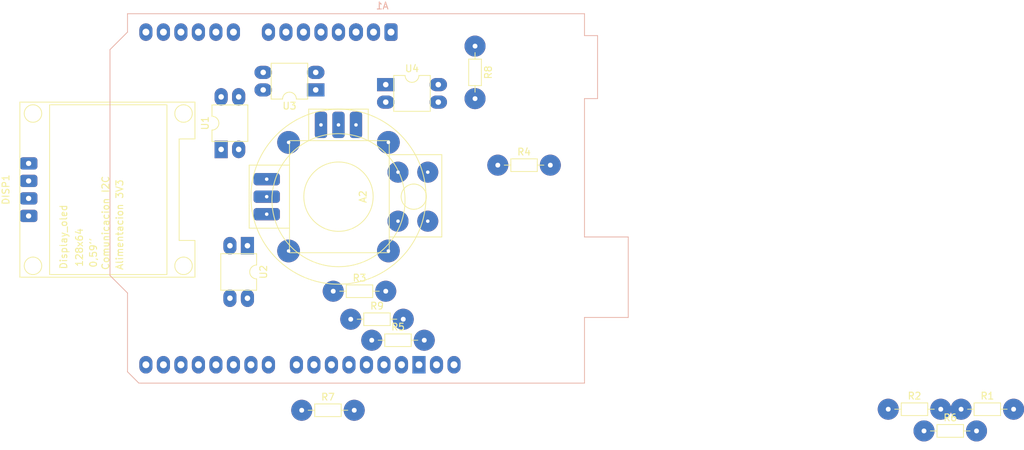
<source format=kicad_pcb>
(kicad_pcb (version 20211014) (generator pcbnew)
  (layers (0 "F.Cu" signal) (31 "B.Cu" signal) (34 "B.Paste" user) (35 "F.Paste" user) (36 "B.SilkS" user "B.Silkscreen") (37 "F.SilkS" user "F.Silkscreen") (38 "B.Mask" user) (39 "F.Mask" user) (44 "Edge.Cuts" user))
  (net 0 "")
  (net 21 "Net-(A1-Pad4)")
  (net 22 "Net-(R8-Pad1)")
  (net 23 "Net-(U1-Pad3)")
  (net 24 "Net-(R1-Pad2)")
  (net 25 "Net-(R7-Pad1)")
  (net 26 "Net-(R3-Pad1)")
  (net 27 "Net-(R9-Pad1)")
  (net 28 "Net-(R5-Pad1)")
  (net 29 "Net-(U3-Pad1)")
  (net 30 "Net-(U4-Pad1)")
  (net 31 "Net-(U1-Pad1)")
  (net 32 "Net-(U2-Pad1)")
  (net 34 "Net-(U1-Pad4)")
  (net 35 "Net-(U2-Pad4)")
  (net 36 "Net-(R6-Pad2)")
  (net 37 "Net-(R8-Pad2)")
  (net 38 "Net-(A1-Pad13)")
  (net 39 "Net-(A1-Pad14)")
  (footprint "Package_DIP:DIP-4_W7.62mm" (layer "F.Cu") (at 69.088 72.644 -90)
    (fp_text reference "U2" (at 3.81 -2.33 90) (layer "F.SilkS"))
    (fp_text value "PC817")
    (fp_line (start 1.16 -1.33) (end 1.16 3.87) (layer "F.SilkS") (width 0.12))
    (fp_line (start 2.81 -1.33) (end 1.16 -1.33) (layer "F.SilkS") (width 0.12))
    (fp_line (start 6.46 3.87) (end 6.46 -1.33) (layer "F.SilkS") (width 0.12))
    (fp_line (start 6.46 -1.33) (end 4.81 -1.33) (layer "F.SilkS") (width 0.12))
    (fp_line (start 1.16 3.87) (end 6.46 3.87) (layer "F.SilkS") (width 0.12))
    (fp_arc (start 4.81 -1.33) (mid 3.81 -0.33) (end 2.81 -1.33) (layer "F.SilkS") (width 0.12))
    (pad "1" thru_hole rect (at 0 0 270) (size 2.54 1.905) (drill 0.8) (layers *.Cu *.Mask) (net 32 "Net-(U2-Pad1)"))
    (pad "2" thru_hole oval (at 0 2.54 270) (size 2.54 1.905) (drill 0.8) (layers *.Cu *.Mask) (net 23 "Net-(U1-Pad3)"))
    (pad "3" thru_hole oval (at 7.62 2.54 270) (size 2.54 1.905) (drill 0.8) (layers *.Cu *.Mask) (net 23 "Net-(U1-Pad3)"))
    (pad "4" thru_hole oval (at 7.62 0 270) (size 2.54 1.905) (drill 0.8) (layers *.Cu *.Mask) (net 35 "Net-(U2-Pad4)"))
  )
  (footprint "Resistor_THT:R_Axial_DIN0204_L3.6mm_D1.6mm_P7.62mm_Horizontal" (layer "F.Cu") (at 102.108 43.688 -90)
    (fp_text reference "R8" (at 3.81 -1.92 90) (layer "F.SilkS"))
    (fp_text value "4k7")
    (fp_line (start 1.89 0.92) (end 5.73 0.92) (layer "F.SilkS") (width 0.12))
    (fp_line (start 6.68 0) (end 5.73 0) (layer "F.SilkS") (width 0.12))
    (fp_line (start 0.94 0) (end 1.89 0) (layer "F.SilkS") (width 0.12))
    (fp_line (start 5.73 0.92) (end 5.73 -0.92) (layer "F.SilkS") (width 0.12))
    (fp_line (start 1.89 -0.92) (end 1.89 0.92) (layer "F.SilkS") (width 0.12))
    (fp_line (start 5.73 -0.92) (end 1.89 -0.92) (layer "F.SilkS") (width 0.12))
    (pad "1" thru_hole circle (at 0 0 270) (size 3.048 3.048) (drill 0.7) (layers *.Cu *.Mask) (net 22 "Net-(R8-Pad1)"))
    (pad "2" thru_hole oval (at 7.62 0 270) (size 3.048 3.048) (drill 0.7) (layers *.Cu *.Mask) (net 37 "Net-(R8-Pad2)"))
  )
  (footprint "Resistor_THT:R_Axial_DIN0204_L3.6mm_D1.6mm_P7.62mm_Horizontal" (layer "F.Cu") (at 76.962 96.52)
    (fp_text reference "R7" (at 3.81 -1.92) (layer "F.SilkS"))
    (fp_text value "330")
    (fp_line (start 5.73 0.92) (end 5.73 -0.92) (layer "F.SilkS") (width 0.12))
    (fp_line (start 5.73 -0.92) (end 1.89 -0.92) (layer "F.SilkS") (width 0.12))
    (fp_line (start 0.94 0) (end 1.89 0) (layer "F.SilkS") (width 0.12))
    (fp_line (start 1.89 -0.92) (end 1.89 0.92) (layer "F.SilkS") (width 0.12))
    (fp_line (start 6.68 0) (end 5.73 0) (layer "F.SilkS") (width 0.12))
    (fp_line (start 1.89 0.92) (end 5.73 0.92) (layer "F.SilkS") (width 0.12))
    (pad "1" thru_hole circle (at 0 0) (size 3.048 3.048) (drill 0.7) (layers *.Cu *.Mask) (net 25 "Net-(R7-Pad1)"))
    (pad "2" thru_hole oval (at 7.62 0) (size 3.048 3.048) (drill 0.7) (layers *.Cu *.Mask) (net 36 "Net-(R6-Pad2)"))
  )
  (footprint "Package_DIP:DIP-4_W7.62mm" (layer "F.Cu") (at 89.154 49.276)
    (fp_text reference "U4" (at 3.81 -2.33) (layer "F.SilkS"))
    (fp_text value "PC817")
    (fp_line (start 6.46 3.87) (end 6.46 -1.33) (layer "F.SilkS") (width 0.12))
    (fp_line (start 2.81 -1.33) (end 1.16 -1.33) (layer "F.SilkS") (width 0.12))
    (fp_line (start 1.16 3.87) (end 6.46 3.87) (layer "F.SilkS") (width 0.12))
    (fp_line (start 6.46 -1.33) (end 4.81 -1.33) (layer "F.SilkS") (width 0.12))
    (fp_line (start 1.16 -1.33) (end 1.16 3.87) (layer "F.SilkS") (width 0.12))
    (fp_arc (start 4.81 -1.33) (mid 3.81 -0.33) (end 2.81 -1.33) (layer "F.SilkS") (width 0.12))
    (pad "1" thru_hole rect (at 0 0) (size 2.54 1.905) (drill 0.8) (layers *.Cu *.Mask) (net 30 "Net-(U4-Pad1)"))
    (pad "2" thru_hole oval (at 0 2.54) (size 2.54 1.905) (drill 0.8) (layers *.Cu *.Mask) (net 23 "Net-(U1-Pad3)"))
    (pad "3" thru_hole oval (at 7.62 2.54) (size 2.54 1.905) (drill 0.8) (layers *.Cu *.Mask) (net 23 "Net-(U1-Pad3)"))
    (pad "4" thru_hole oval (at 7.62 0) (size 2.54 1.905) (drill 0.8) (layers *.Cu *.Mask) (net 37 "Net-(R8-Pad2)"))
  )
  (footprint "Resistor_THT:R_Axial_DIN0204_L3.6mm_D1.6mm_P7.62mm_Horizontal" (layer "F.Cu") (at 105.41 60.96)
    (fp_text reference "R4" (at 3.81 -1.92) (layer "F.SilkS"))
    (fp_text value "4k7")
    (fp_line (start 6.68 0) (end 5.73 0) (layer "F.SilkS") (width 0.12))
    (fp_line (start 1.89 0.92) (end 5.73 0.92) (layer "F.SilkS") (width 0.12))
    (fp_line (start 5.73 -0.92) (end 1.89 -0.92) (layer "F.SilkS") (width 0.12))
    (fp_line (start 1.89 -0.92) (end 1.89 0.92) (layer "F.SilkS") (width 0.12))
    (fp_line (start 0.94 0) (end 1.89 0) (layer "F.SilkS") (width 0.12))
    (fp_line (start 5.73 0.92) (end 5.73 -0.92) (layer "F.SilkS") (width 0.12))
    (pad "1" thru_hole circle (at 0 0) (size 3.048 3.048) (drill 0.7) (layers *.Cu *.Mask) (net 22 "Net-(R8-Pad1)"))
    (pad "2" thru_hole oval (at 7.62 0) (size 3.048 3.048) (drill 0.7) (layers *.Cu *.Mask) (net 35 "Net-(U2-Pad4)"))
  )
  (footprint "Resistor_THT:R_Axial_DIN0204_L3.6mm_D1.6mm_P7.62mm_Horizontal" (layer "F.Cu") (at 167.245 99.519)
    (fp_text reference "R6" (at 3.81 -1.92) (layer "F.SilkS"))
    (fp_text value "4k7")
    (fp_line (start 1.89 -0.92) (end 1.89 0.92) (layer "F.SilkS") (width 0.12))
    (fp_line (start 6.68 0) (end 5.73 0) (layer "F.SilkS") (width 0.12))
    (fp_line (start 5.73 0.92) (end 5.73 -0.92) (layer "F.SilkS") (width 0.12))
    (fp_line (start 1.89 0.92) (end 5.73 0.92) (layer "F.SilkS") (width 0.12))
    (fp_line (start 0.94 0) (end 1.89 0) (layer "F.SilkS") (width 0.12))
    (fp_line (start 5.73 -0.92) (end 1.89 -0.92) (layer "F.SilkS") (width 0.12))
    (pad "1" thru_hole circle (at 0 0) (size 3.048 3.048) (drill 0.7) (layers *.Cu *.Mask) (net 22 "Net-(R8-Pad1)"))
    (pad "2" thru_hole oval (at 7.62 0) (size 3.048 3.048) (drill 0.7) (layers *.Cu *.Mask) (net 36 "Net-(R6-Pad2)"))
  )
  (footprint "Package_DIP:DIP-4_W7.62mm" (layer "F.Cu") (at 78.994 50.043 180)
    (fp_text reference "U3" (at 3.81 -2.33) (layer "F.SilkS"))
    (fp_text value "PC817")
    (fp_line (start 6.46 -1.33) (end 4.81 -1.33) (layer "F.SilkS") (width 0.12))
    (fp_line (start 2.81 -1.33) (end 1.16 -1.33) (layer "F.SilkS") (width 0.12))
    (fp_line (start 1.16 -1.33) (end 1.16 3.87) (layer "F.SilkS") (width 0.12))
    (fp_line (start 6.46 3.87) (end 6.46 -1.33) (layer "F.SilkS") (width 0.12))
    (fp_line (start 1.16 3.87) (end 6.46 3.87) (layer "F.SilkS") (width 0.12))
    (fp_arc (start 4.81 -1.33) (mid 3.81 -0.33) (end 2.81 -1.33) (layer "F.SilkS") (width 0.12))
    (pad "1" thru_hole rect (at 0 0 180) (size 2.54 1.905) (drill 0.8) (layers *.Cu *.Mask) (net 29 "Net-(U3-Pad1)"))
    (pad "2" thru_hole oval (at 0 2.54 180) (size 2.54 1.905) (drill 0.8) (layers *.Cu *.Mask) (net 23 "Net-(U1-Pad3)"))
    (pad "3" thru_hole oval (at 7.62 2.54 180) (size 2.54 1.905) (drill 0.8) (layers *.Cu *.Mask) (net 23 "Net-(U1-Pad3)"))
    (pad "4" thru_hole oval (at 7.62 0 180) (size 2.54 1.905) (drill 0.8) (layers *.Cu *.Mask) (net 36 "Net-(R6-Pad2)"))
  )
  (footprint "Package_DIP:DIP-4_W7.62mm" (layer "F.Cu") (at 65.273 58.674 90)
    (fp_text reference "U1" (at 3.81 -2.33 90) (layer "F.SilkS"))
    (fp_text value "PC817")
    (fp_line (start 1.16 3.87) (end 6.46 3.87) (layer "F.SilkS") (width 0.12))
    (fp_line (start 6.46 3.87) (end 6.46 -1.33) (layer "F.SilkS") (width 0.12))
    (fp_line (start 2.81 -1.33) (end 1.16 -1.33) (layer "F.SilkS") (width 0.12))
    (fp_line (start 1.16 -1.33) (end 1.16 3.87) (layer "F.SilkS") (width 0.12))
    (fp_line (start 6.46 -1.33) (end 4.81 -1.33) (layer "F.SilkS") (width 0.12))
    (fp_arc (start 4.81 -1.33) (mid 3.81 -0.33) (end 2.81 -1.33) (layer "F.SilkS") (width 0.12))
    (pad "1" thru_hole rect (at 0 0 90) (size 2.54 1.905) (drill 0.8) (layers *.Cu *.Mask) (net 31 "Net-(U1-Pad1)"))
    (pad "2" thru_hole oval (at 0 2.54 90) (size 2.54 1.905) (drill 0.8) (layers *.Cu *.Mask) (net 23 "Net-(U1-Pad3)"))
    (pad "3" thru_hole oval (at 7.62 2.54 90) (size 2.54 1.905) (drill 0.8) (layers *.Cu *.Mask) (net 23 "Net-(U1-Pad3)"))
    (pad "4" thru_hole oval (at 7.62 0 90) (size 2.54 1.905) (drill 0.8) (layers *.Cu *.Mask) (net 34 "Net-(U1-Pad4)"))
  )
  (footprint "Resistor_THT:R_Axial_DIN0204_L3.6mm_D1.6mm_P7.62mm_Horizontal" (layer "F.Cu") (at 162.055 96.369)
    (fp_text reference "R2" (at 3.81 -1.92) (layer "F.SilkS"))
    (fp_text value "4k7")
    (fp_line (start 5.73 -0.92) (end 1.89 -0.92) (layer "F.SilkS") (width 0.12))
    (fp_line (start 0.94 0) (end 1.89 0) (layer "F.SilkS") (width 0.12))
    (fp_line (start 6.68 0) (end 5.73 0) (layer "F.SilkS") (width 0.12))
    (fp_line (start 1.89 0.92) (end 5.73 0.92) (layer "F.SilkS") (width 0.12))
    (fp_line (start 1.89 -0.92) (end 1.89 0.92) (layer "F.SilkS") (width 0.12))
    (fp_line (start 5.73 0.92) (end 5.73 -0.92) (layer "F.SilkS") (width 0.12))
    (pad "1" thru_hole circle (at 0 0) (size 3.048 3.048) (drill 0.7) (layers *.Cu *.Mask) (net 22 "Net-(R8-Pad1)"))
    (pad "2" thru_hole oval (at 7.62 0) (size 3.048 3.048) (drill 0.7) (layers *.Cu *.Mask) (net 34 "Net-(U1-Pad4)"))
  )
  (footprint "analogoPS-KY023:KY023-joystickPS" (layer "F.Cu") (at 82.296 65.532 90)
    (fp_text reference "A2" (at 0 3.556 90 unlocked) (layer "F.SilkS"))
    (fp_text value "KY-023PS")
    (fp_line (start 4.572 -12.954) (end 4.572 -7.112) (layer "F.SilkS") (width 0.12))
    (fp_line (start -4.572 -7.112) (end -4.572 -12.954) (layer "F.SilkS") (width 0.12))
    (fp_line (start 12.7 4.318) (end 8.128 4.318) (layer "F.SilkS") (width 0.12))
    (fp_line (start 6.096 14.986) (end 6.096 7.366) (layer "F.SilkS") (width 0.12))
    (fp_line (start -5.842 14.986) (end 6.096 14.986) (layer "F.SilkS") (width 0.12))
    (fp_line (start 8.128 -4.318) (end 12.7 -4.318) (layer "F.SilkS") (width 0.12))
    (fp_line (start 12.7 -4.318) (end 12.7 4.318) (layer "F.SilkS") (width 0.12))
    (fp_line (start -4.572 -12.954) (end 4.572 -12.954) (layer "F.SilkS") (width 0.12))
    (fp_line (start -5.842 7.366) (end -5.842 14.986) (layer "F.SilkS") (width 0.12))
    (fp_rect (start -8.128 -7.112) (end 8.128 7.366) (layer "F.SilkS") (width 0.12) (fill none))
    (fp_circle (center 0 10.922) (end 1.016 12.446) (layer "F.SilkS") (width 0.12) (fill none))
    (fp_circle (center -0.508 0) (end 9.144 0) (layer "F.SilkS") (width 0.12) (fill none))
    (fp_circle (center 0 0) (end 12.7 0) (layer "F.SilkS") (width 0.12) (fill none))
    (fp_circle (center 0 0) (end 3.556 3.556) (layer "F.SilkS") (width 0.12) (fill none))
    (pad "1" thru_hole roundrect (at 10.414 -2.54 90) (size 3.81 1.778) (drill 0.508) (layers *.Cu *.Mask) (net 29 "Net-(U3-Pad1)"))
    (pad "2" thru_hole roundrect (at 10.414 0 90) (size 3.81 1.778) (drill 0.508) (layers *.Cu *.Mask) (net 22 "Net-(R8-Pad1)"))
    (pad "3" thru_hole roundrect (at 10.414 2.54 90) (size 3.81 1.778) (drill 0.508) (layers *.Cu *.Mask) (net 30 "Net-(U4-Pad1)"))
    (pad "4" thru_hole roundrect (at 2.54 -10.414 90) (size 1.778 3.81) (drill 0.508) (layers *.Cu *.Mask) (net 31 "Net-(U1-Pad1)"))
    (pad "5" thru_hole roundrect (at 0 -10.414 90) (size 1.778 3.81) (drill 0.508) (layers *.Cu *.Mask) (net 22 "Net-(R8-Pad1)"))
    (pad "6" thru_hole roundrect (at -2.54 -10.414 90) (size 1.778 3.81) (drill 0.508) (layers *.Cu *.Mask) (net 32 "Net-(U2-Pad1)"))
    (pad "7" thru_hole circle (at -3.556 8.636 90) (size 3.048 3.048) (drill 0.508) (layers *.Cu *.Mask) (net 24 "Net-(R1-Pad2)"))
    (pad "7" thru_hole circle (at 3.556 8.636 90) (size 3.048 3.048) (drill 0.508) (layers *.Cu *.Mask) (net 24 "Net-(R1-Pad2)"))
    (pad "8" thru_hole circle (at 3.556 12.954 90) (size 3.048 3.048) (drill 0.508) (layers *.Cu *.Mask) (net 23 "Net-(U1-Pad3)"))
    (pad "8" thru_hole circle (at -3.556 12.954 90) (size 3.048 3.048) (drill 0.508) (layers *.Cu *.Mask) (net 23 "Net-(U1-Pad3)"))
    (pad "9" thru_hole circle (at 7.874 7.239 90) (size 3.302 3.302) (drill 0.508) (layers *.Cu *.Mask))
    (pad "9" thru_hole circle (at -7.874 -7.239 90) (size 3.302 3.302) (drill 0.508) (layers *.Cu *.Mask))
    (pad "9" thru_hole circle (at 7.874 -7.239 90) (size 3.302 3.302) (drill 0.508) (layers *.Cu *.Mask))
    (pad "9" thru_hole circle (at -7.874 7.239 90) (size 3.302 3.302) (drill 0.508) (layers *.Cu *.Mask))
  )
  (footprint "Resistor_THT:R_Axial_DIN0204_L3.6mm_D1.6mm_P7.62mm_Horizontal" (layer "F.Cu") (at 81.534 79.248)
    (fp_text reference "R3" (at 3.81 -1.92) (layer "F.SilkS"))
    (fp_text value "330")
    (fp_line (start 1.89 0.92) (end 5.73 0.92) (layer "F.SilkS") (width 0.12))
    (fp_line (start 5.73 -0.92) (end 1.89 -0.92) (layer "F.SilkS") (width 0.12))
    (fp_line (start 0.94 0) (end 1.89 0) (layer "F.SilkS") (width 0.12))
    (fp_line (start 6.68 0) (end 5.73 0) (layer "F.SilkS") (width 0.12))
    (fp_line (start 5.73 0.92) (end 5.73 -0.92) (layer "F.SilkS") (width 0.12))
    (fp_line (start 1.89 -0.92) (end 1.89 0.92) (layer "F.SilkS") (width 0.12))
    (pad "1" thru_hole circle (at 0 0 100) (size 3.048 3.048) (drill 0.7) (layers *.Cu *.Mask) (net 26 "Net-(R3-Pad1)"))
    (pad "2" thru_hole oval (at 7.62 0) (size 3.048 3.048) (drill 0.7) (layers *.Cu *.Mask) (net 34 "Net-(U1-Pad4)"))
  )
  (footprint "analogoPS-KY023:Display_oled_128x64_0.59''" (layer "F.Cu") (at 48.768 64.516 90)
    (fp_text reference "DISP1" (at 0 -14.732 90 unlocked) (layer "F.SilkS"))
    (fp_text value "display_oled_128x64_0.59''")
    (fp_text user "0,59''" (at -9.144 -2.032 90 unlocked) (layer "F.SilkS"))
    (fp_text user "Display_oled" (at -6.858 -6.35 90 unlocked) (layer "F.SilkS"))
    (fp_text user "128x64" (at -8.382 -4.064 90 unlocked) (layer "F.SilkS"))
    (fp_text user "Comunicacion I2C" (at -4.826 -0.254 90 unlocked) (layer "F.SilkS"))
    (fp_text user "Alimentacion 3V3" (at -5.08 1.778 90 unlocked) (layer "F.SilkS"))
    (fp_line (start 7.366 10.414) (end 7.366 12.7) (layer "F.SilkS") (width 0.12))
    (fp_line (start -7.366 10.414) (end 7.366 10.414) (layer "F.SilkS") (width 0.12))
    (fp_line (start -7.366 12.7) (end -7.366 10.414) (layer "F.SilkS") (width 0.12))
    (fp_line (start -12.7 -12.7) (end 12.7 -12.7) (layer "F.SilkS") (width 0.12))
    (fp_line (start 12.7 -12.7) (end 12.7 12.7) (layer "F.SilkS") (width 0.12))
    (fp_line (start -12.7 -12.7) (end -12.7 12.7) (layer "F.SilkS") (width 0.12))
    (fp_line (start -12.7 12.7) (end -7.366 12.7) (layer "F.SilkS") (width 0.12))
    (fp_line (start 12.7 12.7) (end 7.366 12.7) (layer "F.SilkS") (width 0.12))
    (fp_rect (start -12.319 -8.382) (end 12.319 8.636) (layer "F.SilkS") (width 0.12) (fill none))
    (fp_circle (center -11.049 -10.795) (end -9.779 -10.795) (layer "F.SilkS") (width 0.12) (fill none))
    (fp_circle (center 11.049 -10.795) (end 12.319 -10.795) (layer "F.SilkS") (width 0.12) (fill none))
    (fp_circle (center -11.049 11.049) (end -9.779 11.049) (layer "F.SilkS") (width 0.12) (fill none))
    (fp_circle (center 11.049 11.049) (end 12.319 11.049) (layer "F.SilkS") (width 0.12) (fill none))
    (pad "1" thru_hole roundrect (at -3.81 -11.43 90) (size 1.778 2.54) (drill 0.762) (layers *.Cu *.Mask) (net 23 "Net-(U1-Pad3)"))
    (pad "2" thru_hole roundrect (at -1.27 -11.43 90) (size 1.778 2.54) (drill 0.762) (layers *.Cu *.Mask) (net 21 "Net-(A1-Pad4)"))
    (pad "3" thru_hole roundrect (at 1.27 -11.43 90) (size 1.778 2.54) (drill 0.762) (layers *.Cu *.Mask) (net 39 "Net-(A1-Pad14)"))
    (pad "4" thru_hole roundrect (at 3.81 -11.43 90) (size 1.778 2.54) (drill 0.762) (layers *.Cu *.Mask) (net 38 "Net-(A1-Pad13)"))
  )
  (footprint "Resistor_THT:R_Axial_DIN0204_L3.6mm_D1.6mm_P7.62mm_Horizontal" (layer "F.Cu") (at 84.074 83.312)
    (fp_text reference "R9" (at 3.81 -1.92) (layer "F.SilkS"))
    (fp_text value "330")
    (fp_line (start 6.68 0) (end 5.73 0) (layer "F.SilkS") (width 0.12))
    (fp_line (start 1.89 0.92) (end 5.73 0.92) (layer "F.SilkS") (width 0.12))
    (fp_line (start 5.73 0.92) (end 5.73 -0.92) (layer "F.SilkS") (width 0.12))
    (fp_line (start 0.94 0) (end 1.89 0) (layer "F.SilkS") (width 0.12))
    (fp_line (start 5.73 -0.92) (end 1.89 -0.92) (layer "F.SilkS") (width 0.12))
    (fp_line (start 1.89 -0.92) (end 1.89 0.92) (layer "F.SilkS") (width 0.12))
    (pad "1" thru_hole circle (at 0 0) (size 3.048 3.048) (drill 0.7) (layers *.Cu *.Mask) (net 27 "Net-(R9-Pad1)"))
    (pad "2" thru_hole oval (at 7.62 0) (size 3.048 3.048) (drill 0.7) (layers *.Cu *.Mask) (net 37 "Net-(R8-Pad2)"))
  )
  (footprint "Resistor_THT:R_Axial_DIN0204_L3.6mm_D1.6mm_P7.62mm_Horizontal" (layer "F.Cu") (at 87.122 86.36)
    (fp_text reference "R5" (at 3.81 -1.92) (layer "F.SilkS"))
    (fp_text value "330")
    (fp_line (start 1.89 -0.92) (end 1.89 0.92) (layer "F.SilkS") (width 0.12))
    (fp_line (start 6.68 0) (end 5.73 0) (layer "F.SilkS") (width 0.12))
    (fp_line (start 5.73 -0.92) (end 1.89 -0.92) (layer "F.SilkS") (width 0.12))
    (fp_line (start 1.89 0.92) (end 5.73 0.92) (layer "F.SilkS") (width 0.12))
    (fp_line (start 5.73 0.92) (end 5.73 -0.92) (layer "F.SilkS") (width 0.12))
    (fp_line (start 0.94 0) (end 1.89 0) (layer "F.SilkS") (width 0.12))
    (pad "1" thru_hole circle (at 0 0) (size 3.048 3.048) (drill 0.7) (layers *.Cu *.Mask) (net 28 "Net-(R5-Pad1)"))
    (pad "2" thru_hole oval (at 7.62 0) (size 3.048 3.048) (drill 0.7) (layers *.Cu *.Mask) (net 35 "Net-(U2-Pad4)"))
  )
  (footprint "Resistor_THT:R_Axial_DIN0204_L3.6mm_D1.6mm_P7.62mm_Horizontal" (layer "F.Cu") (at 172.625 96.369)
    (fp_text reference "R1" (at 3.81 -1.92) (layer "F.SilkS"))
    (fp_text value "10k")
    (fp_line (start 1.89 -0.92) (end 1.89 0.92) (layer "F.SilkS") (width 0.12))
    (fp_line (start 6.68 0) (end 5.73 0) (layer "F.SilkS") (width 0.12))
    (fp_line (start 5.73 -0.92) (end 1.89 -0.92) (layer "F.SilkS") (width 0.12))
    (fp_line (start 1.89 0.92) (end 5.73 0.92) (layer "F.SilkS") (width 0.12))
    (fp_line (start 5.73 0.92) (end 5.73 -0.92) (layer "F.SilkS") (width 0.12))
    (fp_line (start 0.94 0) (end 1.89 0) (layer "F.SilkS") (width 0.12))
    (pad "1" thru_hole circle (at 0 0) (size 3.048 3.048) (drill 0.7) (layers *.Cu *.Mask) (net 22 "Net-(R8-Pad1)"))
    (pad "2" thru_hole oval (at 7.62 0) (size 3.048 3.048) (drill 0.7) (layers *.Cu *.Mask) (net 24 "Net-(R1-Pad2)"))
  )
  (footprint "Module:Arduino_UNO_R3" (layer "B.Cu") (at 89.916 41.656 180)
    (fp_text reference "A1" (at 1.27 3.81) (layer "B.SilkS") (effects (justify mirror)))
    (fp_text value "Arduino_UNO_R3")
    (fp_line (start 40.77 -35.31) (end 40.77 -2.54) (layer "B.SilkS") (width 0.12))
    (fp_line (start -34.42 -29.72) (end -34.42 -41.4) (layer "B.SilkS") (width 0.12))
    (fp_line (start -29.97 -0.51) (end -29.97 -9.65) (layer "B.SilkS") (width 0.12))
    (fp_line (start -28.07 2.67) (end -28.07 -0.51) (layer "B.SilkS") (width 0.12))
    (fp_line (start -28.07 -0.51) (end -29.97 -0.51) (layer "B.SilkS") (width 0.12))
    (fp_line (start 38.23 2.67) (end -28.07 2.67) (layer "B.SilkS") (width 0.12))
    (fp_line (start -28.07 -9.65) (end -28.07 -29.72) (layer "B.SilkS") (width 0.12))
    (fp_line (start 36.58 -50.93) (end 38.23 -49.28) (layer "B.SilkS") (width 0.12))
    (fp_line (start -28.07 -50.93) (end 36.58 -50.93) (layer "B.SilkS") (width 0.12))
    (fp_line (start -28.07 -29.72) (end -34.42 -29.72) (layer "B.SilkS") (width 0.12))
    (fp_line (start -29.97 -9.65) (end -28.07 -9.65) (layer "B.SilkS") (width 0.12))
    (fp_line (start -34.42 -41.4) (end -28.07 -41.4) (layer "B.SilkS") (width 0.12))
    (fp_line (start 38.23 -49.28) (end 38.23 -37.85) (layer "B.SilkS") (width 0.12))
    (fp_line (start 38.23 0) (end 38.23 2.67) (layer "B.SilkS") (width 0.12))
    (fp_line (start -28.07 -41.4) (end -28.07 -50.93) (layer "B.SilkS") (width 0.12))
    (fp_line (start 40.77 -2.54) (end 38.23 0) (layer "B.SilkS") (width 0.12))
    (fp_line (start 38.23 -37.85) (end 40.77 -35.31) (layer "B.SilkS") (width 0.12))
    (pad "1" thru_hole roundrect (at 0 0 90) (size 2.54 1.905) (drill 1) (layers *.Cu *.Mask))
    (pad "2" thru_hole oval (at 2.54 0 90) (size 2.54 1.905) (drill 1) (layers *.Cu *.Mask))
    (pad "3" thru_hole oval (at 5.08 0 90) (size 2.54 2.032) (drill 1) (layers *.Cu *.Mask))
    (pad "3" thru_hole oval (at 5.08 0 90) (size 2.54 2.032) (drill 1) (layers *.Cu *.Mask))
    (pad "4" thru_hole oval (at 7.62 0 90) (size 2.54 1.905) (drill 1) (layers *.Cu *.Mask) (net 21 "Net-(A1-Pad4)"))
    (pad "5" thru_hole oval (at 10.16 0 90) (size 2.54 1.905) (drill 1) (layers *.Cu *.Mask) (net 22 "Net-(R8-Pad1)"))
    (pad "6" thru_hole oval (at 12.7 0 90) (size 2.54 1.905) (drill 1) (layers *.Cu *.Mask) (net 23 "Net-(U1-Pad3)"))
    (pad "7" thru_hole oval (at 15.24 0 90) (size 2.54 1.905) (drill 1) (layers *.Cu *.Mask))
    (pad "8" thru_hole oval (at 17.78 0 90) (size 2.54 1.905) (drill 1) (layers *.Cu *.Mask))
    (pad "9" thru_hole oval (at 22.86 0 90) (size 2.54 1.905) (drill 1) (layers *.Cu *.Mask))
    (pad "10" thru_hole oval (at 25.4 0 90) (size 2.54 1.905) (drill 1) (layers *.Cu *.Mask))
    (pad "11" thru_hole oval (at 27.94 0 90) (size 2.54 1.905) (drill 1) (layers *.Cu *.Mask))
    (pad "12" thru_hole oval (at 30.48 0 90) (size 2.54 1.905) (drill 1) (layers *.Cu *.Mask))
    (pad "13" thru_hole oval (at 33.02 0 90) (size 2.54 1.905) (drill 1) (layers *.Cu *.Mask) (net 38 "Net-(A1-Pad13)"))
    (pad "14" thru_hole oval (at 35.56 0 90) (size 2.54 1.905) (drill 1) (layers *.Cu *.Mask) (net 39 "Net-(A1-Pad14)"))
    (pad "15" thru_hole oval (at 35.56 -48.26 90) (size 2.54 1.905) (drill 1) (layers *.Cu *.Mask))
    (pad "16" thru_hole oval (at 33.02 -48.26 90) (size 2.54 1.905) (drill 1) (layers *.Cu *.Mask))
    (pad "17" thru_hole oval (at 30.48 -48.26 90) (size 2.54 1.905) (drill 1) (layers *.Cu *.Mask))
    (pad "18" thru_hole oval (at 27.94 -48.26 90) (size 2.54 1.905) (drill 1) (layers *.Cu *.Mask))
    (pad "19" thru_hole oval (at 25.4 -48.26 90) (size 2.54 1.905) (drill 1) (layers *.Cu *.Mask))
    (pad "20" thru_hole oval (at 22.86 -48.26 90) (size 2.54 1.905) (drill 1) (layers *.Cu *.Mask))
    (pad "21" thru_hole oval (at 20.32 -48.26 90) (size 2.54 1.905) (drill 1) (layers *.Cu *.Mask))
    (pad "22" thru_hole oval (at 17.78 -48.26 90) (size 2.54 1.905) (drill 1) (layers *.Cu *.Mask))
    (pad "23" thru_hole oval (at 13.72 -48.26 90) (size 2.54 1.905) (drill 1) (layers *.Cu *.Mask) (net 24 "Net-(R1-Pad2)"))
    (pad "24" thru_hole oval (at 11.18 -48.26 90) (size 2.54 1.905) (drill 1) (layers *.Cu *.Mask) (net 25 "Net-(R7-Pad1)"))
    (pad "25" thru_hole oval (at 8.64 -48.26 90) (size 2.54 1.905) (drill 1) (layers *.Cu *.Mask) (net 26 "Net-(R3-Pad1)"))
    (pad "26" thru_hole oval (at 6.1 -48.26 90) (size 2.54 1.905) (drill 1) (layers *.Cu *.Mask) (net 27 "Net-(R9-Pad1)"))
    (pad "27" thru_hole oval (at 3.56 -48.26 90) (size 2.54 1.905) (drill 1) (layers *.Cu *.Mask) (net 28 "Net-(R5-Pad1)"))
    (pad "28" thru_hole oval (at 1.02 -48.26 90) (size 2.54 1.905) (drill 1) (layers *.Cu *.Mask))
    (pad "29" thru_hole oval (at -1.52 -48.26 90) (size 2.54 1.905) (drill 1) (layers *.Cu *.Mask))
    (pad "30" thru_hole rect (at -4.06 -48.26 90) (size 2.54 1.905) (drill 1) (layers *.Cu *.Mask))
    (pad "31" thru_hole oval (at -6.6 -48.26 90) (size 2.54 1.905) (drill 1) (layers *.Cu *.Mask))
    (pad "32" thru_hole oval (at -9.14 -48.26 90) (size 2.54 1.905) (drill 1) (layers *.Cu *.Mask))
  )
)
</source>
